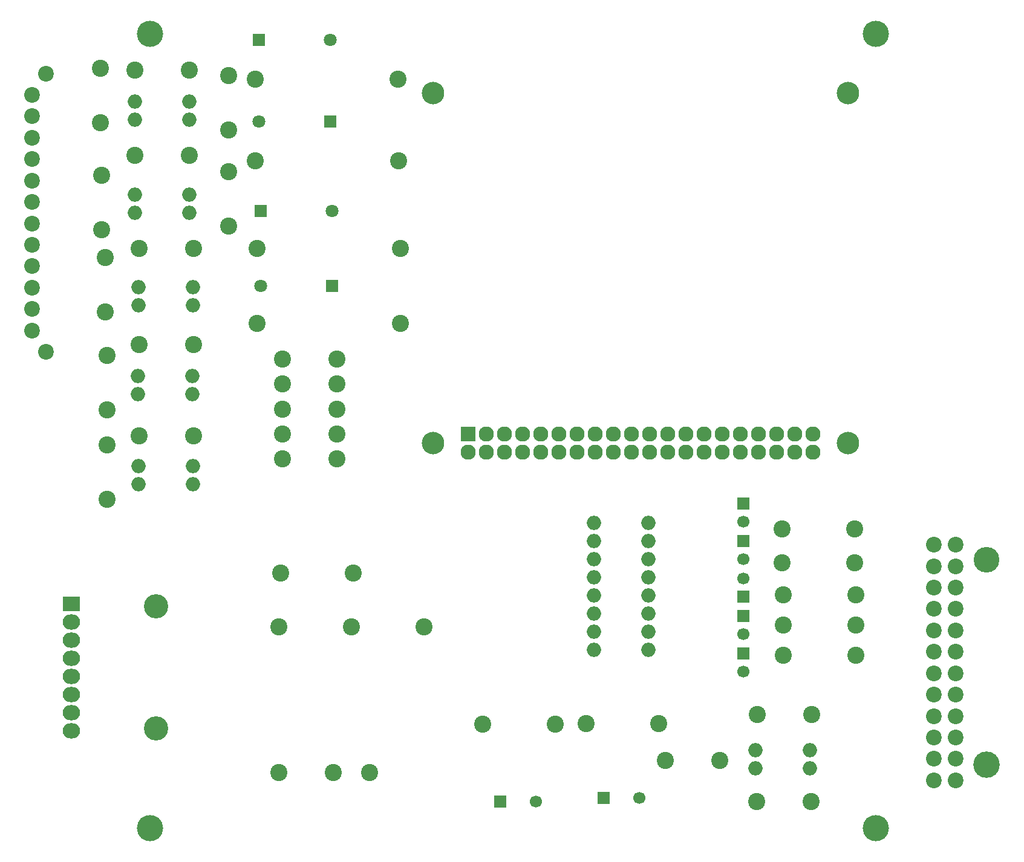
<source format=gbr>
G04 #@! TF.GenerationSoftware,KiCad,Pcbnew,5.1.0-060a0da~80~ubuntu16.04.1*
G04 #@! TF.CreationDate,2019-04-08T13:56:48+05:30*
G04 #@! TF.ProjectId,vcu-pi,7663752d-7069-42e6-9b69-6361645f7063,rev?*
G04 #@! TF.SameCoordinates,Original*
G04 #@! TF.FileFunction,Soldermask,Bot*
G04 #@! TF.FilePolarity,Negative*
%FSLAX46Y46*%
G04 Gerber Fmt 4.6, Leading zero omitted, Abs format (unit mm)*
G04 Created by KiCad (PCBNEW 5.1.0-060a0da~80~ubuntu16.04.1) date 2019-04-08 13:56:48*
%MOMM*%
%LPD*%
G04 APERTURE LIST*
%ADD10C,3.400000*%
%ADD11C,2.400000*%
%ADD12C,3.150000*%
%ADD13C,2.200000*%
%ADD14C,3.600000*%
%ADD15C,3.700000*%
%ADD16C,3.676600*%
%ADD17R,1.700000X1.700000*%
%ADD18C,1.700000*%
%ADD19R,1.800000X1.800000*%
%ADD20C,1.800000*%
%ADD21R,2.432000X2.127200*%
%ADD22O,2.432000X2.127200*%
%ADD23R,2.127200X2.127200*%
%ADD24O,2.127200X2.127200*%
%ADD25C,2.398980*%
%ADD26O,2.000000X2.000000*%
G04 APERTURE END LIST*
D10*
X84360000Y-131210000D03*
X84360000Y-114165000D03*
D11*
X114200000Y-137400000D03*
X109120000Y-137400000D03*
X101500000Y-137400000D03*
X121820000Y-117000000D03*
X111660000Y-117000000D03*
X101500000Y-117000000D03*
D12*
X181150000Y-42250000D03*
X123150000Y-42250000D03*
X123150000Y-91270000D03*
X181150000Y-91250000D03*
D13*
X68960000Y-39500000D03*
X68960000Y-78500000D03*
X67000000Y-42500000D03*
X67000000Y-45500000D03*
X67000000Y-48500000D03*
X67000000Y-51500000D03*
X67000000Y-54500000D03*
X67000000Y-57500000D03*
X67000000Y-60500000D03*
X67000000Y-63500000D03*
X67000000Y-66500000D03*
X67000000Y-69500000D03*
X67000000Y-72500000D03*
X67000000Y-75500000D03*
D14*
X200570000Y-107650000D03*
D15*
X200570000Y-136350000D03*
D13*
X193250000Y-105500000D03*
X193250000Y-108500000D03*
X193250000Y-111500000D03*
X193250000Y-114500000D03*
X193250000Y-117500000D03*
X193250000Y-120500000D03*
X193250000Y-123500000D03*
X193250000Y-126500000D03*
X193250000Y-129500000D03*
X193250000Y-132500000D03*
X193250000Y-135500000D03*
X193250000Y-138500000D03*
X196250000Y-105500000D03*
X196250000Y-108500000D03*
X196250000Y-111500000D03*
X196250000Y-114500000D03*
X196250000Y-117500000D03*
X196250000Y-120500000D03*
X196250000Y-123500000D03*
X196250000Y-126500000D03*
X196250000Y-129500000D03*
X196250000Y-132500000D03*
X196250000Y-135500000D03*
X196250000Y-138500000D03*
D16*
X185125000Y-33920000D03*
X83515000Y-145230000D03*
X83515000Y-33920000D03*
X185125000Y-145230000D03*
D17*
X132500000Y-141500000D03*
D18*
X137500000Y-141500000D03*
D17*
X147000000Y-141000000D03*
D18*
X152000000Y-141000000D03*
D19*
X98700000Y-34800000D03*
D20*
X108700000Y-34800000D03*
D19*
X108750000Y-46250000D03*
D20*
X98750000Y-46250000D03*
D19*
X99000000Y-58750000D03*
D20*
X109000000Y-58750000D03*
D19*
X109000000Y-69250000D03*
D20*
X99000000Y-69250000D03*
D17*
X166500000Y-105000000D03*
D18*
X166500000Y-107500000D03*
D17*
X166500000Y-120750000D03*
D18*
X166500000Y-123250000D03*
D17*
X166500000Y-112750000D03*
D18*
X166500000Y-110250000D03*
D17*
X166500000Y-115500000D03*
D18*
X166500000Y-118000000D03*
D17*
X166500000Y-99750000D03*
D18*
X166500000Y-102250000D03*
D21*
X72475000Y-113825000D03*
D22*
X72475000Y-116365000D03*
X72475000Y-118905000D03*
X72475000Y-121445000D03*
X72475000Y-123985000D03*
X72475000Y-126525000D03*
X72475000Y-129065000D03*
X72475000Y-131605000D03*
D23*
X128000000Y-90000000D03*
D24*
X128000000Y-92540000D03*
X130540000Y-90000000D03*
X130540000Y-92540000D03*
X133080000Y-90000000D03*
X133080000Y-92540000D03*
X135620000Y-90000000D03*
X135620000Y-92540000D03*
X138160000Y-90000000D03*
X138160000Y-92540000D03*
X140700000Y-90000000D03*
X140700000Y-92540000D03*
X143240000Y-90000000D03*
X143240000Y-92540000D03*
X145780000Y-90000000D03*
X145780000Y-92540000D03*
X148320000Y-90000000D03*
X148320000Y-92540000D03*
X150860000Y-90000000D03*
X150860000Y-92540000D03*
X153400000Y-90000000D03*
X153400000Y-92540000D03*
X155940000Y-90000000D03*
X155940000Y-92540000D03*
X158480000Y-90000000D03*
X158480000Y-92540000D03*
X161020000Y-90000000D03*
X161020000Y-92540000D03*
X163560000Y-90000000D03*
X163560000Y-92540000D03*
X166100000Y-90000000D03*
X166100000Y-92540000D03*
X168640000Y-90000000D03*
X168640000Y-92540000D03*
X171180000Y-90000000D03*
X171180000Y-92540000D03*
X173720000Y-90000000D03*
X173720000Y-92540000D03*
X176260000Y-90000000D03*
X176260000Y-92540000D03*
D25*
X98200000Y-40300000D03*
X118200000Y-40300000D03*
X98250000Y-51750000D03*
X118250000Y-51750000D03*
X98500000Y-64000000D03*
X118500000Y-64000000D03*
X98500000Y-74500000D03*
X118500000Y-74500000D03*
X94500000Y-39750000D03*
X94500000Y-47370000D03*
X94500000Y-53250000D03*
X94500000Y-60870000D03*
X140230000Y-130620000D03*
X130070000Y-130620000D03*
X154700000Y-130530000D03*
X144540000Y-130530000D03*
X101800000Y-109500000D03*
X111960000Y-109500000D03*
X172000000Y-108000000D03*
X182160000Y-108000000D03*
X182250000Y-121000000D03*
X172090000Y-121000000D03*
X182250000Y-112500000D03*
X172090000Y-112500000D03*
X182250000Y-116750000D03*
X172090000Y-116750000D03*
X102000000Y-86500000D03*
X109620000Y-86500000D03*
X102000000Y-90000000D03*
X109620000Y-90000000D03*
X102000000Y-93500000D03*
X109620000Y-93500000D03*
X163250000Y-135750000D03*
X155630000Y-135750000D03*
X172000000Y-103250000D03*
X182160000Y-103250000D03*
X82000000Y-64000000D03*
X89620000Y-64000000D03*
X81990000Y-77490000D03*
X89610000Y-77490000D03*
X81990000Y-90240000D03*
X89610000Y-90240000D03*
X176000000Y-141500000D03*
X168380000Y-141500000D03*
X102000000Y-79500000D03*
X109620000Y-79500000D03*
X102000000Y-83000000D03*
X109620000Y-83000000D03*
X89000000Y-39000000D03*
X81380000Y-39000000D03*
X89000000Y-51000000D03*
X81380000Y-51000000D03*
X77500000Y-79000000D03*
X77500000Y-86620000D03*
X77250000Y-65250000D03*
X77250000Y-72870000D03*
X77500000Y-91500000D03*
X77500000Y-99120000D03*
X76750000Y-53750000D03*
X76750000Y-61370000D03*
X168500000Y-129250000D03*
X176120000Y-129250000D03*
X76500000Y-38750000D03*
X76500000Y-46370000D03*
D26*
X89500000Y-72000000D03*
X89500000Y-69460000D03*
X81880000Y-69460000D03*
X81880000Y-72000000D03*
X89410000Y-84450000D03*
X89410000Y-81910000D03*
X81790000Y-81910000D03*
X81790000Y-84450000D03*
X89500000Y-97000000D03*
X89500000Y-94460000D03*
X81880000Y-94460000D03*
X81880000Y-97000000D03*
X168250000Y-134250000D03*
X168250000Y-136790000D03*
X175870000Y-136790000D03*
X175870000Y-134250000D03*
X153250000Y-120250000D03*
X153250000Y-117710000D03*
X153250000Y-115170000D03*
X153250000Y-112630000D03*
X153250000Y-110090000D03*
X153250000Y-107550000D03*
X153250000Y-105010000D03*
X153250000Y-102470000D03*
X145630000Y-102470000D03*
X145630000Y-105010000D03*
X145630000Y-107550000D03*
X145630000Y-110090000D03*
X145630000Y-112630000D03*
X145630000Y-115170000D03*
X145630000Y-117710000D03*
X145630000Y-120250000D03*
X89000000Y-46000000D03*
X89000000Y-43460000D03*
X81380000Y-43460000D03*
X81380000Y-46000000D03*
X89000000Y-59000000D03*
X89000000Y-56460000D03*
X81380000Y-56460000D03*
X81380000Y-59000000D03*
M02*

</source>
